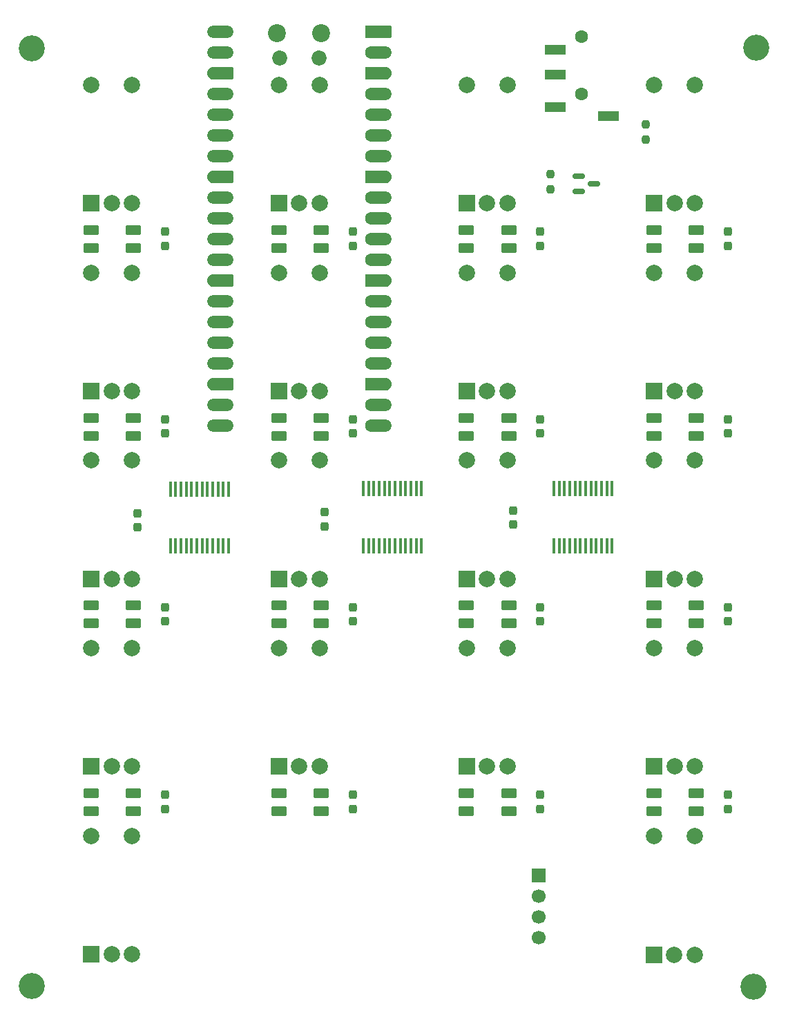
<source format=gbr>
%TF.GenerationSoftware,KiCad,Pcbnew,9.0.6*%
%TF.CreationDate,2025-12-05T21:30:18-05:00*%
%TF.ProjectId,PicoMIDIcontroller,5069636f-4d49-4444-9963-6f6e74726f6c,rev?*%
%TF.SameCoordinates,Original*%
%TF.FileFunction,Soldermask,Bot*%
%TF.FilePolarity,Negative*%
%FSLAX46Y46*%
G04 Gerber Fmt 4.6, Leading zero omitted, Abs format (unit mm)*
G04 Created by KiCad (PCBNEW 9.0.6) date 2025-12-05 21:30:18*
%MOMM*%
%LPD*%
G01*
G04 APERTURE LIST*
G04 Aperture macros list*
%AMRoundRect*
0 Rectangle with rounded corners*
0 $1 Rounding radius*
0 $2 $3 $4 $5 $6 $7 $8 $9 X,Y pos of 4 corners*
0 Add a 4 corners polygon primitive as box body*
4,1,4,$2,$3,$4,$5,$6,$7,$8,$9,$2,$3,0*
0 Add four circle primitives for the rounded corners*
1,1,$1+$1,$2,$3*
1,1,$1+$1,$4,$5*
1,1,$1+$1,$6,$7*
1,1,$1+$1,$8,$9*
0 Add four rect primitives between the rounded corners*
20,1,$1+$1,$2,$3,$4,$5,0*
20,1,$1+$1,$4,$5,$6,$7,0*
20,1,$1+$1,$6,$7,$8,$9,0*
20,1,$1+$1,$8,$9,$2,$3,0*%
%AMFreePoly0*
4,1,37,0.800000,0.796148,0.878414,0.796148,1.032228,0.765552,1.177117,0.705537,1.307515,0.618408,1.418408,0.507515,1.505537,0.377117,1.565552,0.232228,1.596148,0.078414,1.596148,-0.078414,1.565552,-0.232228,1.505537,-0.377117,1.418408,-0.507515,1.307515,-0.618408,1.177117,-0.705537,1.032228,-0.765552,0.878414,-0.796148,0.800000,-0.796148,0.800000,-0.800000,-1.400000,-0.800000,
-1.403843,-0.796157,-1.439018,-0.796157,-1.511114,-0.766294,-1.566294,-0.711114,-1.596157,-0.639018,-1.596157,-0.603843,-1.600000,-0.600000,-1.600000,0.600000,-1.596157,0.603843,-1.596157,0.639018,-1.566294,0.711114,-1.511114,0.766294,-1.439018,0.796157,-1.403843,0.796157,-1.400000,0.800000,0.800000,0.800000,0.800000,0.796148,0.800000,0.796148,$1*%
%AMFreePoly1*
4,1,37,1.403843,0.796157,1.439018,0.796157,1.511114,0.766294,1.566294,0.711114,1.596157,0.639018,1.596157,0.603843,1.600000,0.600000,1.600000,-0.600000,1.596157,-0.603843,1.596157,-0.639018,1.566294,-0.711114,1.511114,-0.766294,1.439018,-0.796157,1.403843,-0.796157,1.400000,-0.800000,-0.800000,-0.800000,-0.800000,-0.796148,-0.878414,-0.796148,-1.032228,-0.765552,-1.177117,-0.705537,
-1.307515,-0.618408,-1.418408,-0.507515,-1.505537,-0.377117,-1.565552,-0.232228,-1.596148,-0.078414,-1.596148,0.078414,-1.565552,0.232228,-1.505537,0.377117,-1.418408,0.507515,-1.307515,0.618408,-1.177117,0.705537,-1.032228,0.765552,-0.878414,0.796148,-0.800000,0.796148,-0.800000,0.800000,1.400000,0.800000,1.403843,0.796157,1.403843,0.796157,$1*%
%AMFreePoly2*
4,1,37,0.603843,0.796157,0.639018,0.796157,0.711114,0.766294,0.766294,0.711114,0.796157,0.639018,0.796157,0.603843,0.800000,0.600000,0.800000,-0.600000,0.796157,-0.603843,0.796157,-0.639018,0.766294,-0.711114,0.711114,-0.766294,0.639018,-0.796157,0.603843,-0.796157,0.600000,-0.800000,0.000000,-0.800000,0.000000,-0.796148,-0.078414,-0.796148,-0.232228,-0.765552,-0.377117,-0.705537,
-0.507515,-0.618408,-0.618408,-0.507515,-0.705537,-0.377117,-0.765552,-0.232228,-0.796148,-0.078414,-0.796148,0.078414,-0.765552,0.232228,-0.705537,0.377117,-0.618408,0.507515,-0.507515,0.618408,-0.377117,0.705537,-0.232228,0.765552,-0.078414,0.796148,0.000000,0.796148,0.000000,0.800000,0.600000,0.800000,0.603843,0.796157,0.603843,0.796157,$1*%
%AMFreePoly3*
4,1,37,0.000000,0.796148,0.078414,0.796148,0.232228,0.765552,0.377117,0.705537,0.507515,0.618408,0.618408,0.507515,0.705537,0.377117,0.765552,0.232228,0.796148,0.078414,0.796148,-0.078414,0.765552,-0.232228,0.705537,-0.377117,0.618408,-0.507515,0.507515,-0.618408,0.377117,-0.705537,0.232228,-0.765552,0.078414,-0.796148,0.000000,-0.796148,0.000000,-0.800000,-0.600000,-0.800000,
-0.603843,-0.796157,-0.639018,-0.796157,-0.711114,-0.766294,-0.766294,-0.711114,-0.796157,-0.639018,-0.796157,-0.603843,-0.800000,-0.600000,-0.800000,0.600000,-0.796157,0.603843,-0.796157,0.639018,-0.766294,0.711114,-0.711114,0.766294,-0.639018,0.796157,-0.603843,0.796157,-0.600000,0.800000,0.000000,0.800000,0.000000,0.796148,0.000000,0.796148,$1*%
G04 Aperture macros list end*
%ADD10R,2.000000X2.000000*%
%ADD11C,2.000000*%
%ADD12R,2.500000X1.200000*%
%ADD13C,1.600000*%
%ADD14C,3.200000*%
%ADD15RoundRect,0.237500X-0.237500X0.250000X-0.237500X-0.250000X0.237500X-0.250000X0.237500X0.250000X0*%
%ADD16RoundRect,0.150000X-0.587500X-0.150000X0.587500X-0.150000X0.587500X0.150000X-0.587500X0.150000X0*%
%ADD17RoundRect,0.237500X0.237500X-0.300000X0.237500X0.300000X-0.237500X0.300000X-0.237500X-0.300000X0*%
%ADD18RoundRect,0.237500X-0.237500X0.300000X-0.237500X-0.300000X0.237500X-0.300000X0.237500X0.300000X0*%
%ADD19RoundRect,0.120000X-0.780000X-0.480000X0.780000X-0.480000X0.780000X0.480000X-0.780000X0.480000X0*%
%ADD20R,1.700000X1.700000*%
%ADD21C,1.700000*%
%ADD22RoundRect,0.100000X0.100000X-0.850000X0.100000X0.850000X-0.100000X0.850000X-0.100000X-0.850000X0*%
%ADD23RoundRect,0.100000X-0.100000X0.850000X-0.100000X-0.850000X0.100000X-0.850000X0.100000X0.850000X0*%
%ADD24C,2.200000*%
%ADD25C,1.850000*%
%ADD26FreePoly0,180.000000*%
%ADD27RoundRect,0.200000X0.600000X0.600000X-0.600000X0.600000X-0.600000X-0.600000X0.600000X-0.600000X0*%
%ADD28RoundRect,0.800000X0.800000X0.000010X-0.800000X0.000010X-0.800000X-0.000010X0.800000X-0.000010X0*%
%ADD29FreePoly1,180.000000*%
%ADD30FreePoly2,180.000000*%
%ADD31FreePoly3,180.000000*%
G04 APERTURE END LIST*
D10*
%TO.C,SW2*%
X68575000Y-66500000D03*
D11*
X73575000Y-66500000D03*
X71075000Y-66500000D03*
X73575000Y-52000000D03*
X68575000Y-52000000D03*
%TD*%
D10*
%TO.C,SW1*%
X45575000Y-66500000D03*
D11*
X50575000Y-66500000D03*
X48075000Y-66500000D03*
X50575000Y-52000000D03*
X45575000Y-52000000D03*
%TD*%
D10*
%TO.C,SW3*%
X91575000Y-66500000D03*
D11*
X96575000Y-66500000D03*
X94075000Y-66500000D03*
X96575000Y-52000000D03*
X91575000Y-52000000D03*
%TD*%
D10*
%TO.C,SW4*%
X114575000Y-66500000D03*
D11*
X119575000Y-66500000D03*
X117075000Y-66500000D03*
X119575000Y-52000000D03*
X114575000Y-52000000D03*
%TD*%
D12*
%TO.C,J2*%
X102450000Y-54700000D03*
X108950000Y-55800000D03*
X102450000Y-47700000D03*
X102450000Y-50700000D03*
D13*
X105700000Y-53100000D03*
X105700000Y-46100000D03*
%TD*%
D10*
%TO.C,SW18*%
X114525000Y-158575000D03*
D11*
X119525000Y-158575000D03*
X117025000Y-158575000D03*
X119525000Y-144075000D03*
X114525000Y-144075000D03*
%TD*%
D10*
%TO.C,SW17*%
X45575000Y-158500000D03*
D11*
X50575000Y-158500000D03*
X48075000Y-158500000D03*
X50575000Y-144000000D03*
X45575000Y-144000000D03*
%TD*%
D10*
%TO.C,SW16*%
X114575000Y-135500000D03*
D11*
X119575000Y-135500000D03*
X117075000Y-135500000D03*
X119575000Y-121000000D03*
X114575000Y-121000000D03*
%TD*%
D10*
%TO.C,SW15*%
X91575000Y-135500000D03*
D11*
X96575000Y-135500000D03*
X94075000Y-135500000D03*
X96575000Y-121000000D03*
X91575000Y-121000000D03*
%TD*%
D10*
%TO.C,SW14*%
X68575000Y-135500000D03*
D11*
X73575000Y-135500000D03*
X71075000Y-135500000D03*
X73575000Y-121000000D03*
X68575000Y-121000000D03*
%TD*%
D10*
%TO.C,SW13*%
X45575000Y-135500000D03*
D11*
X50575000Y-135500000D03*
X48075000Y-135500000D03*
X50575000Y-121000000D03*
X45575000Y-121000000D03*
%TD*%
D10*
%TO.C,SW9*%
X45575000Y-112500000D03*
D11*
X50575000Y-112500000D03*
X48075000Y-112500000D03*
X50575000Y-98000000D03*
X45575000Y-98000000D03*
%TD*%
D10*
%TO.C,SW10*%
X68575000Y-112500000D03*
D11*
X73575000Y-112500000D03*
X71075000Y-112500000D03*
X73575000Y-98000000D03*
X68575000Y-98000000D03*
%TD*%
D10*
%TO.C,SW11*%
X91575000Y-112500000D03*
D11*
X96575000Y-112500000D03*
X94075000Y-112500000D03*
X96575000Y-98000000D03*
X91575000Y-98000000D03*
%TD*%
D10*
%TO.C,SW12*%
X114575000Y-112500000D03*
D11*
X119575000Y-112500000D03*
X117075000Y-112500000D03*
X119575000Y-98000000D03*
X114575000Y-98000000D03*
%TD*%
D10*
%TO.C,SW8*%
X114575000Y-89500000D03*
D11*
X119575000Y-89500000D03*
X117075000Y-89500000D03*
X119575000Y-75000000D03*
X114575000Y-75000000D03*
%TD*%
D10*
%TO.C,SW7*%
X91575000Y-89500000D03*
D11*
X96575000Y-89500000D03*
X94075000Y-89500000D03*
X96575000Y-75000000D03*
X91575000Y-75000000D03*
%TD*%
D10*
%TO.C,SW6*%
X68575000Y-89500000D03*
D11*
X73575000Y-89500000D03*
X71075000Y-89500000D03*
X73575000Y-75000000D03*
X68575000Y-75000000D03*
%TD*%
D10*
%TO.C,SW5*%
X45575000Y-89500000D03*
D11*
X50575000Y-89500000D03*
X48075000Y-89500000D03*
X50575000Y-75000000D03*
X45575000Y-75000000D03*
%TD*%
D14*
%TO.C,H1*%
X38275000Y-47500000D03*
%TD*%
D15*
%TO.C,R3*%
X113525000Y-56850000D03*
X113525000Y-58675000D03*
%TD*%
%TO.C,R2*%
X101875000Y-62925000D03*
X101875000Y-64750000D03*
%TD*%
D16*
%TO.C,D19*%
X105325000Y-65075000D03*
X105325000Y-63175000D03*
X107200000Y-64125000D03*
%TD*%
D17*
%TO.C,C20*%
X97300000Y-105887500D03*
X97300000Y-104162500D03*
%TD*%
%TO.C,C19*%
X74125000Y-106062500D03*
X74125000Y-104337500D03*
%TD*%
%TO.C,C18*%
X51200000Y-106187500D03*
X51200000Y-104462500D03*
%TD*%
D18*
%TO.C,C3*%
X77625000Y-71712500D03*
X77625000Y-69987500D03*
%TD*%
%TO.C,C7*%
X77625000Y-94712500D03*
X77625000Y-92987500D03*
%TD*%
D19*
%TO.C,D6*%
X68565000Y-94980000D03*
X68555000Y-92780000D03*
X73745000Y-92770000D03*
X73745000Y-94990000D03*
%TD*%
%TO.C,D2*%
X68565000Y-71980000D03*
X68555000Y-69780000D03*
X73745000Y-69770000D03*
X73745000Y-71990000D03*
%TD*%
%TO.C,D16*%
X119745000Y-140990000D03*
X119745000Y-138770000D03*
X114555000Y-138780000D03*
X114565000Y-140980000D03*
%TD*%
%TO.C,D15*%
X96745000Y-140990000D03*
X96745000Y-138770000D03*
X91555000Y-138780000D03*
X91565000Y-140980000D03*
%TD*%
%TO.C,D14*%
X73745000Y-140990000D03*
X73745000Y-138770000D03*
X68555000Y-138780000D03*
X68565000Y-140980000D03*
%TD*%
%TO.C,D13*%
X50745000Y-140990000D03*
X50745000Y-138770000D03*
X45555000Y-138780000D03*
X45565000Y-140980000D03*
%TD*%
%TO.C,D12*%
X119745000Y-117990000D03*
X119745000Y-115770000D03*
X114555000Y-115780000D03*
X114565000Y-117980000D03*
%TD*%
%TO.C,D11*%
X96745000Y-117990000D03*
X96745000Y-115770000D03*
X91555000Y-115780000D03*
X91565000Y-117980000D03*
%TD*%
%TO.C,D10*%
X73745000Y-117990000D03*
X73745000Y-115770000D03*
X68555000Y-115780000D03*
X68565000Y-117980000D03*
%TD*%
%TO.C,D9*%
X50745000Y-117990000D03*
X50745000Y-115770000D03*
X45555000Y-115780000D03*
X45565000Y-117980000D03*
%TD*%
%TO.C,D8*%
X119745000Y-94990000D03*
X119745000Y-92770000D03*
X114555000Y-92780000D03*
X114565000Y-94980000D03*
%TD*%
%TO.C,D7*%
X96745000Y-94990000D03*
X96745000Y-92770000D03*
X91555000Y-92780000D03*
X91565000Y-94980000D03*
%TD*%
%TO.C,D5*%
X50745000Y-94990000D03*
X50745000Y-92770000D03*
X45555000Y-92780000D03*
X45565000Y-94980000D03*
%TD*%
%TO.C,D4*%
X119745000Y-71990000D03*
X119745000Y-69770000D03*
X114555000Y-69780000D03*
X114565000Y-71980000D03*
%TD*%
%TO.C,D3*%
X96745000Y-71990000D03*
X96745000Y-69770000D03*
X91555000Y-69780000D03*
X91565000Y-71980000D03*
%TD*%
%TO.C,D1*%
X50745000Y-71990000D03*
X50745000Y-69770000D03*
X45555000Y-69780000D03*
X45565000Y-71980000D03*
%TD*%
D14*
%TO.C,H4*%
X38300000Y-162425000D03*
%TD*%
%TO.C,H3*%
X126775000Y-162475000D03*
%TD*%
%TO.C,H2*%
X127100000Y-47425000D03*
%TD*%
D20*
%TO.C,U4*%
X100450000Y-148820000D03*
D21*
X100450000Y-151360000D03*
X100450000Y-153900000D03*
X100450000Y-156440000D03*
%TD*%
D22*
%TO.C,U3*%
X109425000Y-108475000D03*
X108775000Y-108475000D03*
X108125000Y-108475000D03*
X107475000Y-108475000D03*
X106825000Y-108475000D03*
X106175000Y-108475000D03*
X105525000Y-108475000D03*
X104875000Y-108475000D03*
X104225000Y-108475000D03*
X103575000Y-108475000D03*
X102925000Y-108475000D03*
X102275000Y-108475000D03*
X102275000Y-101475000D03*
X102925000Y-101475000D03*
X103575000Y-101475000D03*
X104225000Y-101475000D03*
X104875000Y-101475000D03*
X105525000Y-101475000D03*
X106175000Y-101475000D03*
X106825000Y-101475000D03*
X107475000Y-101475000D03*
X108125000Y-101475000D03*
X108775000Y-101475000D03*
X109425000Y-101475000D03*
%TD*%
%TO.C,U2*%
X86050000Y-108475000D03*
X85400000Y-108475000D03*
X84750000Y-108475000D03*
X84100000Y-108475000D03*
X83450000Y-108475000D03*
X82800000Y-108475000D03*
X82150000Y-108475000D03*
X81500000Y-108475000D03*
X80850000Y-108475000D03*
X80200000Y-108475000D03*
X79550000Y-108475000D03*
X78900000Y-108475000D03*
X78900000Y-101475000D03*
X79550000Y-101475000D03*
X80200000Y-101475000D03*
X80850000Y-101475000D03*
X81500000Y-101475000D03*
X82150000Y-101475000D03*
X82800000Y-101475000D03*
X83450000Y-101475000D03*
X84100000Y-101475000D03*
X84750000Y-101475000D03*
X85400000Y-101475000D03*
X86050000Y-101475000D03*
%TD*%
D23*
%TO.C,U1*%
X55250000Y-101500000D03*
X55900000Y-101500000D03*
X56550000Y-101500000D03*
X57200000Y-101500000D03*
X57850000Y-101500000D03*
X58500000Y-101500000D03*
X59150000Y-101500000D03*
X59800000Y-101500000D03*
X60450000Y-101500000D03*
X61100000Y-101500000D03*
X61750000Y-101500000D03*
X62400000Y-101500000D03*
X62400000Y-108500000D03*
X61750000Y-108500000D03*
X61100000Y-108500000D03*
X60450000Y-108500000D03*
X59800000Y-108500000D03*
X59150000Y-108500000D03*
X58500000Y-108500000D03*
X57850000Y-108500000D03*
X57200000Y-108500000D03*
X56550000Y-108500000D03*
X55900000Y-108500000D03*
X55250000Y-108500000D03*
%TD*%
D18*
%TO.C,C17*%
X123625000Y-138987500D03*
X123625000Y-140712500D03*
%TD*%
%TO.C,C16*%
X100625000Y-138987500D03*
X100625000Y-140712500D03*
%TD*%
%TO.C,C15*%
X77625000Y-138987500D03*
X77625000Y-140712500D03*
%TD*%
%TO.C,C14*%
X54625000Y-138987500D03*
X54625000Y-140712500D03*
%TD*%
%TO.C,C13*%
X123625000Y-115987500D03*
X123625000Y-117712500D03*
%TD*%
%TO.C,C12*%
X100625000Y-115987500D03*
X100625000Y-117712500D03*
%TD*%
%TO.C,C11*%
X77625000Y-115987500D03*
X77625000Y-117712500D03*
%TD*%
%TO.C,C10*%
X54625000Y-115987500D03*
X54625000Y-117712500D03*
%TD*%
%TO.C,C9*%
X123625000Y-92987500D03*
X123625000Y-94712500D03*
%TD*%
%TO.C,C8*%
X100625000Y-92987500D03*
X100625000Y-94712500D03*
%TD*%
%TO.C,C6*%
X54625000Y-92987500D03*
X54625000Y-94712500D03*
%TD*%
%TO.C,C5*%
X123625000Y-69987500D03*
X123625000Y-71712500D03*
%TD*%
%TO.C,C4*%
X100625000Y-69987500D03*
X100625000Y-71712500D03*
%TD*%
%TO.C,C2*%
X54625000Y-69987500D03*
X54625000Y-71712500D03*
%TD*%
D24*
%TO.C,A1*%
X73775000Y-45650000D03*
D25*
X73475000Y-48680000D03*
X68625000Y-48680000D03*
D24*
X68325000Y-45650000D03*
D26*
X80740000Y-45520000D03*
D27*
X79940000Y-45520000D03*
D28*
X80740000Y-48060000D03*
D13*
X79940000Y-48060000D03*
D29*
X80740000Y-50600000D03*
D30*
X79940000Y-50600000D03*
D28*
X80740000Y-53140000D03*
D13*
X79940000Y-53140000D03*
D28*
X80740000Y-55680000D03*
D13*
X79940000Y-55680000D03*
D28*
X80740000Y-58220000D03*
D13*
X79940000Y-58220000D03*
D28*
X80740000Y-60760000D03*
D13*
X79940000Y-60760000D03*
D29*
X80740000Y-63300000D03*
D30*
X79940000Y-63300000D03*
D28*
X80740000Y-65840000D03*
D13*
X79940000Y-65840000D03*
D28*
X80740000Y-68380000D03*
D13*
X79940000Y-68380000D03*
D28*
X80740000Y-70920000D03*
D13*
X79940000Y-70920000D03*
D28*
X80740000Y-73460000D03*
D13*
X79940000Y-73460000D03*
D29*
X80740000Y-76000000D03*
D30*
X79940000Y-76000000D03*
D28*
X80740000Y-78540000D03*
D13*
X79940000Y-78540000D03*
D28*
X80740000Y-81080000D03*
D13*
X79940000Y-81080000D03*
D28*
X80740000Y-83620000D03*
D13*
X79940000Y-83620000D03*
D28*
X80740000Y-86160000D03*
D13*
X79940000Y-86160000D03*
D29*
X80740000Y-88700000D03*
D30*
X79940000Y-88700000D03*
D28*
X80740000Y-91240000D03*
D13*
X79940000Y-91240000D03*
D28*
X80740000Y-93780000D03*
D13*
X79940000Y-93780000D03*
X62160000Y-93780000D03*
D28*
X61360000Y-93780000D03*
D13*
X62160000Y-91240000D03*
D28*
X61360000Y-91240000D03*
D31*
X62160000Y-88700000D03*
D26*
X61360000Y-88700000D03*
D13*
X62160000Y-86160000D03*
D28*
X61360000Y-86160000D03*
D13*
X62160000Y-83620000D03*
D28*
X61360000Y-83620000D03*
D13*
X62160000Y-81080000D03*
D28*
X61360000Y-81080000D03*
D13*
X62160000Y-78540000D03*
D28*
X61360000Y-78540000D03*
D31*
X62160000Y-76000000D03*
D26*
X61360000Y-76000000D03*
D13*
X62160000Y-73460000D03*
D28*
X61360000Y-73460000D03*
D13*
X62160000Y-70920000D03*
D28*
X61360000Y-70920000D03*
D13*
X62160000Y-68380000D03*
D28*
X61360000Y-68380000D03*
D13*
X62160000Y-65840000D03*
D28*
X61360000Y-65840000D03*
D31*
X62160000Y-63300000D03*
D26*
X61360000Y-63300000D03*
D13*
X62160000Y-60760000D03*
D28*
X61360000Y-60760000D03*
D13*
X62160000Y-58220000D03*
D28*
X61360000Y-58220000D03*
D13*
X62160000Y-55680000D03*
D28*
X61360000Y-55680000D03*
D13*
X62160000Y-53140000D03*
D28*
X61360000Y-53140000D03*
D31*
X62160000Y-50600000D03*
D26*
X61360000Y-50600000D03*
D13*
X62160000Y-48060000D03*
D28*
X61360000Y-48060000D03*
D13*
X62160000Y-45520000D03*
D28*
X61360000Y-45520000D03*
%TD*%
M02*

</source>
